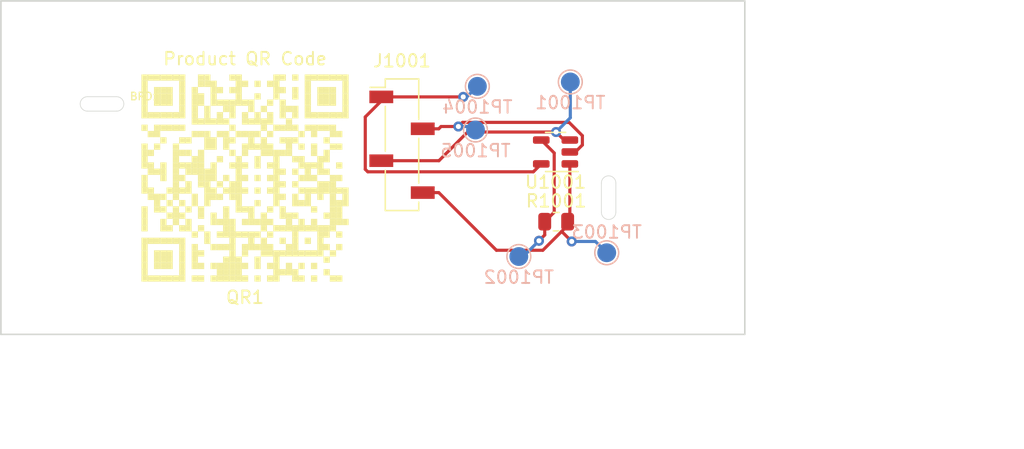
<source format=kicad_pcb>
(kicad_pcb (version 20211014) (generator pcbnew)
  (title_block (date "2021-12-24") (rev "01"))
  (layers (0 "F.Cu" signal) (31 "B.Cu" signal) (34 "B.Paste" user) (35 "F.Paste" user) (36 "B.SilkS" user "B.Silkscreen") (37 "F.SilkS" user "F.Silkscreen") (38 "B.Mask" user) (39 "F.Mask" user) (44 "Edge.Cuts" user))
  (net 0 "")
  (net 1 "/OUT")
  (net 2 "GND")
  (net 3 "/IN")
  (net 4 "VCC")
  (net 5 "/_AOPIN+")
  (footprint "Connector_PinSocket_2.54mm:PinSocket_1x04_P2.54mm_Vertical_SMD_Pin1Left" (layer "F.Cu") (at 147.8 95.25)
    (fp_text reference "J1001" (at 0 -6.68) (layer "F.SilkS"))
    (fp_text value "SSM-104-L-SV")
    (pad "1" smd rect locked (at -1.65 -3.81) (size 1.9 1) (layers "F.Cu" "F.Paste" "F.Mask") (net 4 "VCC"))
    (pad "2" smd rect locked (at 1.65 -1.27) (size 1.9 1) (layers "F.Cu" "F.Paste" "F.Mask") (net 2 "GND"))
    (pad "3" smd rect locked (at -1.65 1.27) (size 1.9 1) (layers "F.Cu" "F.Paste" "F.Mask") (net 3 "/IN"))
    (pad "4" smd rect locked (at 1.65 3.81) (size 1.9 1) (layers "F.Cu" "F.Paste" "F.Mask") (net 1 "/OUT"))
  )
  (footprint "tc5:TC5" (layer "F.Cu") (at 135.3 97.9)
    (fp_text reference "QR1" (at 0 9.5) (layer "F.SilkS"))
    (fp_text value "Product QR Code" (at 0 -9.5) (layer "F.SilkS"))
  )
  (footprint "Resistor_SMD:R_0805_2012Metric" (layer "F.Cu") (at 160.075 101.375)
    (fp_text reference "R1001" (at 0 -1.65) (layer "F.SilkS"))
    (fp_text value "10k")
    (pad "1" smd roundrect locked (at -0.9125 0) (size 1.025 1.4) (layers "F.Cu" "F.Paste" "F.Mask") (roundrect_rratio 0.243902) (net 5 "/_AOPIN+"))
    (pad "2" smd roundrect locked (at 0.9125 0) (size 1.025 1.4) (layers "F.Cu" "F.Paste" "F.Mask") (roundrect_rratio 0.243902) (net 1 "/OUT"))
  )
  (footprint "Package_TO_SOT_SMD:SOT-23-5" (layer "F.Cu") (at 160.025 95.825 180)
    (fp_text reference "U1001" (at 0 -2.4) (layer "F.SilkS"))
    (fp_text value "MCP6001-OT")
    (pad "1" smd roundrect locked (at -1.1375 -0.95 180) (size 1.325 0.6) (layers "F.Cu" "F.Paste" "F.Mask") (net 1 "/OUT"))
    (pad "2" smd roundrect locked (at -1.1375 0 180) (size 1.325 0.6) (layers "F.Cu" "F.Paste" "F.Mask") (net 2 "GND"))
    (pad "3" smd roundrect locked (at -1.1375 0.95 180) (size 1.325 0.6) (layers "F.Cu" "F.Paste" "F.Mask") (net 3 "/IN"))
    (pad "4" smd roundrect locked (at 1.1375 0.95 180) (size 1.325 0.6) (layers "F.Cu" "F.Paste" "F.Mask") (net 5 "/_AOPIN+"))
    (pad "5" smd roundrect locked (at 1.1375 -0.95 180) (size 1.325 0.6) (layers "F.Cu" "F.Paste" "F.Mask") (net 4 "VCC"))
  )
  (footprint "tc5:DemoBoard" (layer "F.Cu") (at 127.325 91.1)
    (fp_text reference "BRD1" (at 0 0.3) (layer "F.SilkS") (effects (font (size 0.6 0.6) (thickness 0.1))))
    (fp_text value "SYM_Arrow_XLarge")
    (fp_line (start 47.77 19.25) (end -11.46 19.25) (layer "Edge.Cuts") (width 0.12))
    (fp_line (start -11.46 19.25) (end -11.46 -7.3) (layer "Edge.Cuts") (width 0.12))
    (fp_line (start 47.77 19.25) (end 47.77 -7.3) (layer "Edge.Cuts") (width 0.12))
    (fp_line (start -11.46 -7.3) (end 47.77 -7.3) (layer "Edge.Cuts") (width 0.12))
  )
  (footprint "TestPoint:TestPoint_Pad_D1.5mm" (layer "B.Cu") (at 161.2 90.25)
    (fp_text reference "TP1001" (at 0 1.648) (layer "B.SilkS") (effects (justify mirror)))
    (fp_text value "TP_IN")
    (pad "1" smd circle locked (at 0 0) (size 1.5 1.5) (layers "B.Cu" "B.Mask") (net 3 "/IN"))
  )
  (footprint "TestPoint:TestPoint_Pad_D1.5mm" (layer "B.Cu") (at 157.1 104.15)
    (fp_text reference "TP1002" (at 0 1.648) (layer "B.SilkS") (effects (justify mirror)))
    (fp_text value "TP_NEG")
    (pad "1" smd circle locked (at 0 0) (size 1.5 1.5) (layers "B.Cu" "B.Mask") (net 5 "/_AOPIN+"))
  )
  (footprint "TestPoint:TestPoint_Pad_D1.5mm" (layer "B.Cu") (at 164.1 103.85 180)
    (fp_text reference "TP1003" (at 0 1.648) (layer "B.SilkS") (effects (justify mirror)))
    (fp_text value "TP_OUT")
    (pad "1" smd circle locked (at 0 0 180) (size 1.5 1.5) (layers "B.Cu" "B.Mask") (net 1 "/OUT"))
  )
  (footprint "TestPoint:TestPoint_Pad_D1.5mm" (layer "B.Cu") (at 153.8 90.6)
    (fp_text reference "TP1004" (at 0 1.648) (layer "B.SilkS") (effects (justify mirror)))
    (fp_text value "TP_VCC")
    (pad "1" smd circle locked (at 0 0) (size 1.5 1.5) (layers "B.Cu" "B.Mask") (net 4 "VCC"))
  )
  (footprint "TestPoint:TestPoint_Pad_D1.5mm" (layer "B.Cu") (at 153.65 94.075)
    (fp_text reference "TP1005" (at 0 1.648) (layer "B.SilkS") (effects (justify mirror)))
    (fp_text value "TP_GND")
    (pad "1" smd circle locked (at 0 0) (size 1.5 1.5) (layers "B.Cu" "B.Mask") (net 2 "GND"))
  )
  (gr_line (start 122.75 91.425) (end 125.075 91.425) (layer "Edge.Cuts") (width 0.05))
  (gr_arc (start 125.075 91.425) (mid 125.65 92) (end 125.075 92.575) (layer "Edge.Cuts") (width 0.05))
  (gr_line (start 122.75 92.575) (end 125.075 92.575) (layer "Edge.Cuts") (width 0.05))
  (gr_line (start 163.675 100.625) (end 163.675 98.3) (layer "Edge.Cuts") (width 0.05))
  (gr_arc (start 164.825 100.625) (mid 164.25 101.2) (end 163.675 100.625) (layer "Edge.Cuts") (width 0.05))
  (gr_arc (start 163.675 98.3) (mid 164.25 97.725) (end 164.825 98.3) (layer "Edge.Cuts") (width 0.05))
  (gr_line (start 164.825 100.625) (end 164.825 98.3) (layer "Edge.Cuts") (width 0.05))
  (gr_arc (start 122.75 92.575) (mid 122.175 92) (end 122.75 91.425) (layer "Edge.Cuts") (width 0.05))
  (segment (start 160.9875 101.6763) (end 160.9875 101.375) (width 0.25) (layer "F.Cu") (net 1))
  (segment (start 160.5119 102.1519) (end 161.3111 102.9512) (width 0.25) (layer "F.Cu") (net 1))
  (segment (start 150.7253 99.06) (end 155.3182 103.6529) (width 0.25) (layer "F.Cu") (net 1))
  (segment (start 155.3182 103.6529) (end 159.0109 103.6529) (width 0.25) (layer "F.Cu") (net 1))
  (segment (start 160.5119 102.1519) (end 160.9875 101.6763) (width 0.25) (layer "F.Cu") (net 1))
  (segment (start 161.1625 101.2) (end 161.1625 96.775) (width 0.25) (layer "F.Cu") (net 1))
  (segment (start 149.45 99.06) (end 150.7253 99.06) (width 0.25) (layer "F.Cu") (net 1))
  (segment (start 159.0109 103.6529) (end 160.5119 102.1519) (width 0.25) (layer "F.Cu") (net 1))
  (segment (start 160.9875 101.375) (end 161.1625 101.2) (width 0.25) (layer "F.Cu") (net 1))
  (via (at 161.3111 102.9512) (size 0.8) (drill 0.4) (layers "F.Cu" "B.Cu") (net 1))
  (segment (start 163.2012 102.9512) (end 164.1 103.85) (width 0.25) (layer "B.Cu") (net 1))
  (segment (start 161.3111 102.9512) (end 163.2012 102.9512) (width 0.25) (layer "B.Cu") (net 1))
  (segment (start 152.2862 93.798) (end 150.9073 93.798) (width 0.25) (layer "F.Cu") (net 2))
  (segment (start 162.1601 94.5281) (end 161.1018 93.4698) (width 0.25) (layer "F.Cu") (net 2))
  (segment (start 149.45 93.98) (end 150.7253 93.98) (width 0.25) (layer "F.Cu") (net 2))
  (segment (start 162.1601 95.2694) (end 162.1601 94.5281) (width 0.25) (layer "F.Cu") (net 2))
  (segment (start 161.1018 93.4698) (end 152.6144 93.4698) (width 0.25) (layer "F.Cu") (net 2))
  (segment (start 161.1625 95.825) (end 161.6045 95.825) (width 0.25) (layer "F.Cu") (net 2))
  (segment (start 152.6144 93.4698) (end 152.2862 93.798) (width 0.25) (layer "F.Cu") (net 2))
  (segment (start 150.9073 93.798) (end 150.7253 93.98) (width 0.25) (layer "F.Cu") (net 2))
  (segment (start 161.6045 95.825) (end 162.1601 95.2694) (width 0.25) (layer "F.Cu") (net 2))
  (via (at 152.2862 93.798) (size 0.8) (drill 0.4) (layers "F.Cu" "B.Cu") (net 2))
  (segment (start 153.65 94.075) (end 153.3731 93.7981) (width 0.25) (layer "B.Cu") (net 2))
  (segment (start 153.3731 93.7981) (end 152.2862 93.7981) (width 0.25) (layer "B.Cu") (net 2))
  (segment (start 152.2862 93.7981) (end 152.2862 93.798) (width 0.25) (layer "B.Cu") (net 2))
  (segment (start 150.7406 96.52) (end 153.0237 94.2369) (width 0.25) (layer "F.Cu") (net 3))
  (segment (start 146.15 96.52) (end 150.7406 96.52) (width 0.25) (layer "F.Cu") (net 3))
  (segment (start 153.0237 94.2369) (end 160.0644 94.2369) (width 0.25) (layer "F.Cu") (net 3))
  (segment (start 161.1625 94.875) (end 160.7025 94.875) (width 0.25) (layer "F.Cu") (net 3))
  (segment (start 160.7025 94.875) (end 160.0644 94.2369) (width 0.25) (layer "F.Cu") (net 3))
  (via (at 160.0644 94.2369) (size 0.8) (drill 0.4) (layers "F.Cu" "B.Cu") (net 3))
  (segment (start 161.2 93.1013) (end 160.0644 94.2369) (width 0.25) (layer "B.Cu") (net 3))
  (segment (start 161.2 90.25) (end 161.2 93.1013) (width 0.25) (layer "B.Cu") (net 3))
  (segment (start 146.4689 91.44) (end 144.8746 93.0343) (width 0.25) (layer "F.Cu") (net 4))
  (segment (start 158.2583 97.4042) (end 158.8875 96.775) (width 0.25) (layer "F.Cu") (net 4))
  (segment (start 145.0729 97.4042) (end 158.2583 97.4042) (width 0.25) (layer "F.Cu") (net 4))
  (segment (start 144.8746 97.2059) (end 145.0729 97.4042) (width 0.25) (layer "F.Cu") (net 4))
  (segment (start 146.15 91.44) (end 146.4689 91.44) (width 0.25) (layer "F.Cu") (net 4))
  (segment (start 146.7877 91.44) (end 152.6727 91.44) (width 0.25) (layer "F.Cu") (net 4))
  (segment (start 144.8746 93.0343) (end 144.8746 97.2059) (width 0.25) (layer "F.Cu") (net 4))
  (segment (start 146.4689 91.44) (end 146.7877 91.44) (width 0.25) (layer "F.Cu") (net 4))
  (via (at 152.6727 91.44) (size 0.8) (drill 0.4) (layers "F.Cu" "B.Cu") (net 4))
  (segment (start 153.8 90.6) (end 152.96 91.44) (width 0.25) (layer "B.Cu") (net 4))
  (segment (start 152.96 91.44) (end 152.6727 91.44) (width 0.25) (layer "B.Cu") (net 4))
  (segment (start 158.8875 94.875) (end 159.9181 95.9056) (width 0.25) (layer "F.Cu") (net 5))
  (segment (start 158.7047 102.8956) (end 159.1625 102.4378) (width 0.25) (layer "F.Cu") (net 5))
  (segment (start 159.9181 95.9056) (end 159.9181 100.6194) (width 0.25) (layer "F.Cu") (net 5))
  (segment (start 159.1625 102.4378) (end 159.1625 101.375) (width 0.25) (layer "F.Cu") (net 5))
  (segment (start 159.9181 100.6194) (end 159.1625 101.375) (width 0.25) (layer "F.Cu") (net 5))
  (via (at 158.7047 102.8956) (size 0.8) (drill 0.4) (layers "F.Cu" "B.Cu") (net 5))
  (segment (start 157.4503 104.15) (end 158.7047 102.8956) (width 0.25) (layer "B.Cu") (net 5))
  (segment (start 157.1 104.15) (end 157.4503 104.15) (width 0.25) (layer "B.Cu") (net 5))
)
</source>
